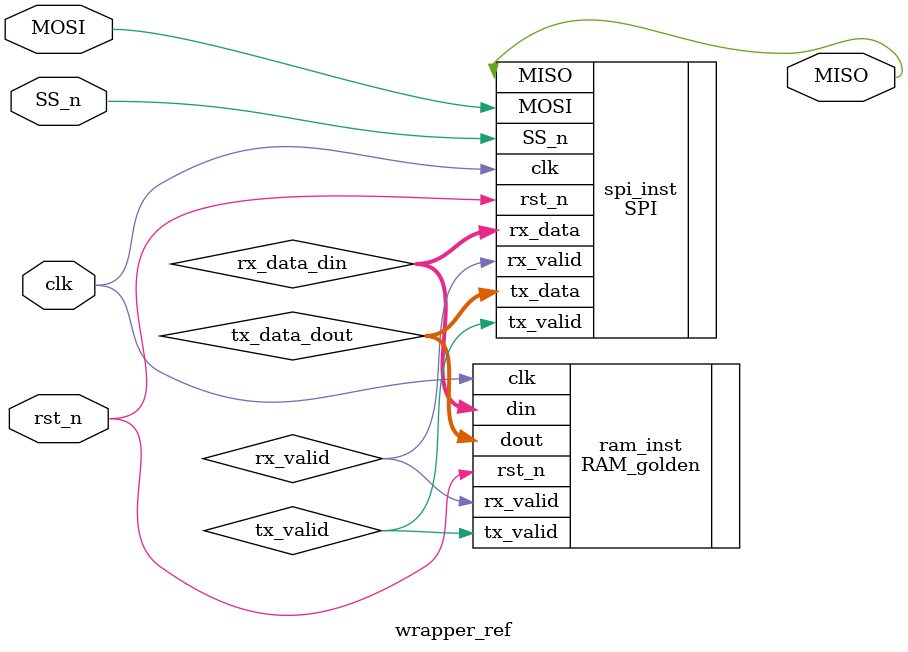
<source format=v>
module wrapper_ref (MOSI,MISO,SS_n,clk,rst_n);
input  MOSI, SS_n, clk, rst_n;
output MISO;

wire [9:0] rx_data_din;
wire       rx_valid;
wire       tx_valid;
wire [7:0] tx_data_dout;

SPI spi_inst (
    .clk       (clk),
    .rst_n     (rst_n),
    .SS_n      (SS_n),
    .MOSI      (MOSI),
    .MISO      (MISO),
    .tx_data   (tx_data_dout),
    .tx_valid  (tx_valid),
    .rx_data   (rx_data_din),
    .rx_valid  (rx_valid)
);

RAM_golden ram_inst (
    .din        (rx_data_din),   
    .clk        (clk),
    .rst_n      (rst_n),
    .rx_valid   (rx_valid),
    .dout       (tx_data_dout),   
    .tx_valid   (tx_valid)
);

endmodule


</source>
